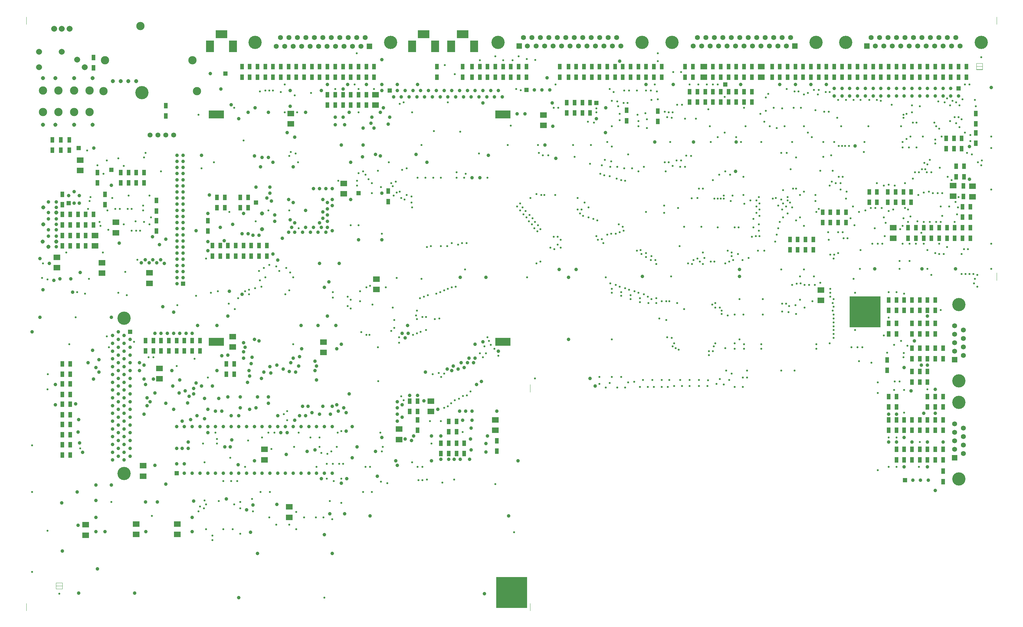
<source format=gbr>
G04 FAB 3000 Version 8.1.7 - Gerber/CAM Software*
G04 Gerber X2 Output*
%TF.GenerationSoftware,Numerical_Innovations,FAB3000,8.1.7*%
%TF.CreationDate,2019-06-14T15:02:31Z*%
%FSLAX24Y24*%
%MOIN*%
%TF.FileFunction,Soldermask,Bot*%
%ADD11C,0.006850*%
%ADD12C,0.025689*%
%ADD13C,0.008563*%
%ADD14C,0.017126*%
%ADD15C,0.021407*%
%ADD16C,0.042815*%
%ADD17C,0.085630*%
%ADD18C,0.034252*%
%ADD19C,0.039335*%
%ADD20C,0.039281*%
%ADD21C,0.039270*%
%ADD22C,0.039350*%
%ADD23C,0.039290*%
%ADD24C,0.039300*%
%ADD25C,0.039320*%
%ADD26C,0.039400*%
%ADD27C,0.039200*%
%ADD28C,0.045139*%
%ADD29C,0.045084*%
%ADD30C,0.054570*%
%ADD31C,0.054590*%
%ADD32C,0.054580*%
%ADD33C,0.054620*%
%ADD34C,0.054640*%
%ADD35C,0.054630*%
%ADD36C,0.054560*%
%ADD37C,0.054600*%
%ADD38C,0.054700*%
%ADD39C,0.054680*%
%ADD40C,0.065485*%
%ADD41C,0.065539*%
%ADD42C,0.090983*%
%ADD43R,0.064230X0.064240*%
%ADD44R,0.064180X0.064180*%
%ADD45R,0.064240X0.064180*%
%ADD46R,0.064200X0.064180*%
%ADD47C,0.145550*%
%ADD48C,0.145620*%
%ADD49C,0.145570*%
%ADD50C,0.145560*%
%ADD51C,0.145600*%
%ADD52C,0.021809*%
%ADD53C,0.021860*%
%ADD54C,0.021870*%
%ADD55C,0.021800*%
%ADD56C,0.021820*%
%ADD57C,0.021880*%
%ADD58C,0.021790*%
%ADD59C,0.021900*%
%ADD60R,0.342500X0.342500*%
%ADD61R,0.046224X0.046220*%
%ADD62R,0.046230X0.046280*%
%ADD63R,0.046230X0.046230*%
%ADD64R,0.046280X0.046240*%
%ADD65R,0.046280X0.046220*%
%ADD66R,0.046280X0.046230*%
%ADD67R,0.046220X0.046230*%
%ADD68R,0.046220X0.046280*%
%ADD69R,0.046200X0.046280*%
%ADD70R,0.269690X0.269690*%
%ADD71R,0.068470X0.021370*%
%ADD72R,0.068470X0.021380*%
%ADD73R,0.068470X0.021430*%
%ADD74R,0.068470X0.021440*%
%ADD75R,0.068520X0.021380*%
%ADD76R,0.068520X0.021430*%
%ADD77R,0.068520X0.021420*%
%ADD78R,0.068530X0.021370*%
%ADD79R,0.068530X0.021380*%
%ADD80R,0.068530X0.021430*%
%ADD81R,0.068530X0.021440*%
%ADD82R,0.068470X0.021420*%
%ADD83R,0.068470X0.021390*%
%ADD84R,0.068470X0.021410*%
%ADD85R,0.068520X0.021440*%
%ADD86R,0.068520X0.021410*%
%ADD87R,0.068520X0.021390*%
%ADD88R,0.068520X0.021370*%
%ADD89R,0.068510X0.021370*%
%ADD90R,0.068510X0.021380*%
%ADD91R,0.068510X0.021430*%
%ADD92R,0.068510X0.021440*%
%ADD93R,0.068460X0.021370*%
%ADD94R,0.068460X0.021380*%
%ADD95R,0.068460X0.021430*%
%ADD96R,0.068460X0.021440*%
%ADD97R,0.068500X0.021370*%
%ADD98R,0.068500X0.021380*%
%ADD99R,0.068500X0.021430*%
%ADD100R,0.068500X0.021440*%
%ADD101R,0.021431X0.068530*%
%ADD102R,0.021376X0.068530*%
%ADD103R,0.021430X0.068470*%
%ADD104R,0.021375X0.068470*%
%ADD105R,0.021430X0.068520*%
%ADD106R,0.021377X0.068520*%
%ADD107R,0.021440X0.068530*%
%ADD108R,0.021440X0.068470*%
%ADD109R,0.021430X0.068510*%
%ADD110R,0.021440X0.068510*%
%ADD111R,0.021380X0.068510*%
%ADD112R,0.021370X0.068510*%
%ADD113R,0.021420X0.068530*%
%ADD114R,0.021390X0.068530*%
%ADD115R,0.021420X0.068510*%
%ADD116R,0.021390X0.068510*%
%ADD117R,0.021390X0.068520*%
%ADD118R,0.021420X0.068520*%
%ADD119R,0.021390X0.068470*%
%ADD120R,0.021370X0.068460*%
%ADD121R,0.021380X0.068460*%
%ADD122R,0.021370X0.068480*%
%ADD123R,0.021390X0.068480*%
%ADD124R,0.021430X0.068480*%
%ADD125R,0.021410X0.068480*%
%ADD126R,0.021380X0.068480*%
%ADD127R,0.021410X0.068520*%
%ADD128R,0.021410X0.068530*%
%ADD129R,0.021440X0.068480*%
%ADD130R,0.021430X0.068460*%
%ADD131R,0.021440X0.068460*%
%ADD132R,0.021410X0.068460*%
%ADD133R,0.021390X0.068460*%
%ADD134R,0.021440X0.068520*%
%ADD135R,0.021410X0.068510*%
%ADD136R,0.021410X0.068470*%
%ADD137R,0.021420X0.068470*%
%ADD138R,0.021500X0.068460*%
%ADD139R,0.021400X0.068460*%
%ADD140R,0.021400X0.068480*%
%ADD141R,0.021500X0.068480*%
%ADD142R,0.021400X0.068530*%
%ADD143R,0.034289X0.042800*%
%ADD144R,0.034233X0.042800*%
%ADD145R,0.034233X0.042810*%
%ADD146R,0.034290X0.042810*%
%ADD147R,0.034300X0.042810*%
%ADD148R,0.034220X0.042810*%
%ADD149R,0.034280X0.042800*%
%ADD150R,0.034280X0.042810*%
%ADD151R,0.034220X0.042820*%
%ADD152R,0.034290X0.042820*%
%ADD153R,0.034220X0.042860*%
%ADD154R,0.034300X0.042860*%
%ADD155R,0.034240X0.042860*%
%ADD156R,0.034300X0.042800*%
%ADD157R,0.034230X0.042860*%
%ADD158R,0.034200X0.042800*%
%ADD159R,0.034200X0.042810*%
%ADD160R,0.171280X0.085610*%
%ADD161R,0.171220X0.085610*%
%ADD162R,0.235510X0.205520*%
%ADD163R,0.085610X0.128410*%
%ADD164R,0.085670X0.128410*%
%ADD165R,0.085660X0.128410*%
%ADD166R,0.128410X0.085610*%
%ADD167R,0.128420X0.085610*%
%ADD168R,0.064230X0.042810*%
%ADD169R,0.064180X0.042810*%
%ADD170R,0.064230X0.042800*%
%ADD171R,0.064230X0.042820*%
%ADD172R,0.064180X0.042800*%
%ADD173R,0.064180X0.042820*%
%ADD174R,0.064180X0.042840*%
%ADD175R,0.064240X0.042800*%
%ADD176R,0.064240X0.042810*%
%ADD177R,0.064180X0.042860*%
%ADD178R,0.064240X0.042860*%
%ADD179R,0.064250X0.042860*%
%ADD180R,0.064250X0.042800*%
%ADD181R,0.064190X0.042810*%
%ADD182R,0.042805X0.064240*%
%ADD183R,0.042805X0.064180*%
%ADD184R,0.042805X0.064190*%
%ADD185R,0.042861X0.064190*%
%ADD186R,0.042861X0.064180*%
%ADD187R,0.042861X0.064240*%
%ADD188R,0.042860X0.064230*%
%ADD189R,0.042810X0.064230*%
%ADD190R,0.042820X0.064240*%
%ADD191R,0.042820X0.064180*%
%ADD192R,0.042800X0.064230*%
%ADD193R,0.042820X0.064230*%
%ADD194R,0.042800X0.064200*%
%ADD195R,0.042900X0.064240*%
%ADD196R,0.042900X0.064180*%
%ADD197R,0.042760X0.064240*%
%ADD198R,0.042760X0.064180*%
%ADD199R,0.042900X0.064230*%
%ADD200R,0.064230X0.077090*%
%ADD201R,0.064240X0.077100*%
%ADD202R,0.064230X0.077100*%
%ADD203R,0.064180X0.077040*%
%ADD204R,0.064230X0.077040*%
%ADD205R,0.077100X0.064240*%
%ADD206R,0.077100X0.064180*%
%ADD207R,0.077100X0.064190*%
%ADD208R,0.077090X0.064240*%
%ADD209R,0.077090X0.064190*%
%ADD210R,0.077040X0.064240*%
%ADD211R,0.077040X0.064180*%
%ADD212R,0.077030X0.064180*%
%ADD213R,0.077030X0.064240*%
%ADD214R,0.107040X0.064240*%
%ADD215R,0.107040X0.064230*%
%ADD216R,0.064230X0.107040*%
%ADD217R,0.080513X0.106990*%
%ADD218R,0.080512X0.107040*%
%ADD219R,0.080460X0.107040*%
%ADD220R,0.080510X0.107050*%
%ADD221R,0.080520X0.107050*%
%ADD222R,0.080500X0.107040*%
%ADD223R,0.080600X0.107050*%
%ADD224R,0.080500X0.107050*%
%ADD225R,0.080400X0.107040*%
%ADD226R,0.081320X0.064230*%
%ADD227R,0.094190X0.059890*%
%ADD228R,0.094190X0.059910*%
%ADD229R,0.094180X0.059960*%
%ADD230R,0.094180X0.059940*%
%ADD231R,0.059940X0.094180*%
%ADD232R,0.059900X0.094180*%
%ADD233R,0.059960X0.094180*%
%ADD234R,0.059900X0.094200*%
%ADD235R,0.059960X0.094200*%
%ADD236R,0.042810X0.098470*%
%ADD237R,0.042810X0.098420*%
%ADD238R,0.042800X0.098420*%
%ADD239R,0.042860X0.098480*%
%ADD240R,0.042800X0.098470*%
%ADD241R,0.042860X0.098420*%
%ADD242R,0.042860X0.098470*%
%ADD243R,0.124200X0.042800*%
%ADD244R,0.042806X0.124120*%
%ADD245R,0.042806X0.124190*%
%ADD246R,0.042800X0.124140*%
%ADD247R,0.042810X0.124140*%
%ADD248R,0.042810X0.124130*%
%ADD249R,0.042810X0.124180*%
%ADD250R,0.042800X0.124130*%
%ADD251R,0.042800X0.124180*%
%ADD253C,0.012844*%
%ADD254C,0.064222*%
%ADD255C,0.051378*%
%ADD256C,0.045130*%
%ADD257R,0.342500X0.342450*%
%ADD258R,0.042870X0.064240*%
%ADD259R,0.042800X0.064220*%
%ADD260R,0.042810X0.064220*%
%ADD261R,0.042840X0.064230*%
%ADD262R,0.042840X0.064240*%
%ADD263R,0.042810X0.064200*%
%ADD264R,0.042820X0.064190*%
%ADD265R,0.042890X0.064240*%
%ADD266R,0.042890X0.064180*%
%ADD267R,0.077090X0.064180*%
%ADD268R,0.077095X0.064230*%
%ADD269R,0.077040X0.064230*%
%ADD270R,0.077030X0.064230*%
%ADD271R,0.077090X0.064220*%
%ADD272R,0.077050X0.064240*%
%ADD273R,0.077050X0.064180*%
%ADD274R,0.077080X0.064180*%
%ADD275R,0.077080X0.064240*%
%ADD276R,0.077050X0.064230*%
%ADD277C,0.109100*%
%ADD317C,0.091000*%
%ADD323C,0.090970*%
%ADD324C,0.119881*%
%ADD325C,0.004281*%
%ADD326C,0.065530*%
%ADD327C,0.065550*%
%ADD328C,0.065520*%
%ADD329C,0.065470*%
%ADD330C,0.065450*%
%ADD331C,0.065500*%
%ADD332C,0.065600*%
%ADD333C,0.065430*%
%ADD334C,0.090930*%
%ADD335C,0.090920*%
%ADD336C,0.090900*%
%ADD337C,0.090960*%
%ADD338C,0.029134*%
%ADD339C,0.029079*%
%ADD340C,0.029090*%
%ADD341C,0.029070*%
%ADD342C,0.029120*%
%ADD343C,0.029060*%
%ADD344C,0.029170*%
%ADD345C,0.029200*%
%ADD346C,0.029100*%
%ADD347C,0.029000*%
%LPD*%
D257*
X94851Y45167D03*
D53*
X91366Y44876D03*
D55*
X87256Y44961D03*
D56*
X83574Y44876D03*
D52*
X81433D03*
X80491D03*
D56*
X79035Y44961D03*
D48*
X13229Y44491D03*
D19*
X18680Y45133D03*
D161*
X54939Y41879D03*
D60*
X55916Y14277D03*
D20*
X55573Y22701D03*
G36*
X82220Y37170D02*
G01X83076D01*
Y37162D01*
X82220D01*
G37*
G36*
Y37170D02*
G01X83076D01*
Y37162D01*
X82220D01*
G37*
D189*
X5308Y62967D03*
X6250D03*
X7192D03*
D55*
X106095Y62684D03*
D52*
X94705Y62770D03*
D55*
X85629Y62684D03*
X86228D03*
D54*
X58913D03*
D52*
X31597Y62770D03*
D53*
X15584Y62684D03*
D52*
X3082Y16537D03*
Y25355D03*
Y30492D03*
G36*
X2458Y12235D02*
G01Y13091D01*
X2466D01*
Y12235D01*
G37*
G36*
X2462Y12239D02*
G01X3318D01*
Y12231D01*
X2462D01*
G37*
G36*
X2458Y12235D02*
G01Y13091D01*
X2466D01*
Y12235D01*
G37*
G36*
X2462Y12239D02*
G01X3318D01*
Y12231D01*
X2462D01*
G37*
D20*
X3082Y42992D03*
X3938Y44568D03*
D55*
X56515Y56777D03*
D20*
X22434Y51896D03*
D187*
X8134Y55895D03*
D182*
X8991D03*
X9847D03*
X7278D03*
X6422D03*
D20*
X35621Y55835D03*
D19*
X29799D03*
X19042Y55680D03*
D21*
X19716D03*
D182*
X54289Y29833D03*
X48979Y29576D03*
X49836D03*
X50692D03*
X48123D03*
D189*
X6422Y29405D03*
X7278D03*
D53*
X41615Y29807D03*
X34936Y29636D03*
D56*
X36049Y29807D03*
D20*
X53090Y29748D03*
D19*
X40930Y29807D03*
X33395D03*
D20*
X13229Y29722D03*
X8648D03*
D19*
X11945D03*
D182*
X24489Y39456D03*
X25346D03*
X7278D03*
X6422D03*
D23*
X50349Y39568D03*
D21*
X51035D03*
D19*
X51720D03*
D20*
X34251Y39739D03*
X31597Y39568D03*
D19*
X13871D03*
X14899D03*
X10446Y39910D03*
D20*
X9248Y39568D03*
X12587D03*
D182*
X7278Y37230D03*
X6422D03*
D20*
X52062Y37170D03*
D19*
X18581Y36999D03*
D20*
X21749D03*
D23*
X22948D03*
D19*
X15584Y37170D03*
X13871Y36999D03*
D20*
X5651Y37170D03*
X12587Y36999D03*
D267*
X47010Y34200D03*
D183*
X44698D03*
X45554D03*
D189*
X6422Y33857D03*
X7278D03*
D53*
X30826Y33917D03*
D20*
X43328D03*
D22*
X33909Y34088D03*
D23*
X37676D03*
D19*
X35964Y33917D03*
D23*
X34765D03*
D20*
X13229Y34003D03*
D19*
X15413Y33917D03*
X11945Y34003D03*
D267*
X19095Y21819D03*
D206*
X14557D03*
D182*
X7278Y32778D03*
X6422D03*
D189*
Y31631D03*
X7278D03*
Y30552D03*
X6422D03*
D53*
X8391Y30150D03*
D20*
X8134Y31948D03*
X8220Y33318D03*
D19*
X8305Y30749D03*
D20*
X12587Y30150D03*
D19*
X11945Y30578D03*
D20*
X12587Y31006D03*
Y33574D03*
D19*
X11945Y33146D03*
D20*
X12587Y32718D03*
D19*
X11945Y32290D03*
D20*
X12587Y31862D03*
D19*
X11945Y31434D03*
D271*
X47010Y35347D03*
D260*
X45554D03*
D259*
X44698D03*
D52*
X50114Y35608D03*
D53*
X49664Y35458D03*
D57*
X44013D03*
D20*
X46239Y35373D03*
D19*
X23633Y35629D03*
X22092D03*
D182*
X25346Y38309D03*
X24489D03*
X6422D03*
X7278D03*
D54*
X47224Y38326D03*
D52*
X48466Y38369D03*
D56*
X47866Y38455D03*
D52*
X4820Y38309D03*
D20*
X46411Y38540D03*
D19*
X29370Y38455D03*
D20*
X28600Y38540D03*
X32110D03*
D19*
X11945Y38283D03*
X10446Y38540D03*
D20*
X13229Y38283D03*
D205*
X25174Y42453D03*
D189*
X18153Y42025D03*
D192*
X19009D03*
D188*
X19865D03*
D189*
X20722D03*
X21578D03*
D192*
X15584D03*
X16440D03*
D188*
X17297D03*
D160*
X23393Y41879D03*
D20*
X44184Y42307D03*
D24*
X27572Y42136D03*
D20*
X12587D03*
D19*
X13871D03*
D192*
X55830Y72162D03*
Y71015D03*
D54*
Y65681D03*
D52*
X56001Y72872D03*
D20*
X51548Y59944D03*
X52404D03*
D208*
X16012Y48326D03*
D267*
Y49473D03*
D54*
X13529Y47016D03*
D53*
X13357Y49585D03*
D56*
X14685Y50912D03*
D52*
X12587Y47273D03*
D21*
X16398Y50912D03*
D19*
X15539D03*
D20*
X15113Y50569D03*
D19*
X15969D03*
D20*
X16823D03*
D23*
X17254Y50912D03*
D22*
X17468Y45732D03*
D20*
X13229Y33146D03*
D19*
X13871Y32718D03*
D20*
X13229Y32290D03*
D19*
X13871Y30150D03*
D20*
X13229Y30578D03*
D19*
X13871Y31006D03*
D20*
X13229Y31434D03*
D19*
X13871Y31862D03*
Y33574D03*
D53*
X11816Y24242D03*
D20*
X10104Y22530D03*
Y24413D03*
X8049Y25355D03*
X10104Y26126D03*
D21*
X11816D03*
D19*
X11945Y28866D03*
D20*
X12587Y29294D03*
D19*
X6336Y24157D03*
D48*
X13229Y27367D03*
D20*
Y28866D03*
D53*
X35279Y13712D03*
D52*
X6079Y14140D03*
D20*
X52918D03*
G36*
X5737Y15016D02*
G01X6421D01*
Y14976D01*
X5737D01*
G37*
G36*
X6442Y14633D02*
G01X5737D01*
Y14674D01*
X6401D01*
G37*
G36*
X6442Y14996D02*
G01Y14633D01*
X6401Y14674D01*
Y14996D01*
G37*
G36*
X6442Y15358D02*
G01Y14996D01*
X6401D01*
Y15318D01*
G37*
G36*
X5717Y15358D02*
G01X6442D01*
X6401Y15318D01*
X5757D01*
G37*
G36*
X5717Y14996D02*
G01Y15358D01*
X5757Y15318D01*
Y14996D01*
G37*
G36*
X5717Y14653D02*
G01Y14996D01*
X5757D01*
Y14653D01*
G37*
D20*
X10275Y16879D03*
X8220Y14225D03*
D19*
X14385D03*
D21*
X25859Y13712D03*
D20*
X22434Y32547D03*
D24*
X21235Y33746D03*
D19*
X22092Y33403D03*
X20550Y33318D03*
X19609Y33146D03*
X19009Y32547D03*
D20*
X19865D03*
X20722D03*
D19*
X21578D03*
D20*
X23290D03*
D189*
X7278Y35004D03*
X6422D03*
D19*
X13871Y35287D03*
X16098D03*
D20*
X15755Y34859D03*
X13229D03*
D19*
X13871Y34431D03*
X11945Y34859D03*
X7877Y35030D03*
D20*
X12587Y35287D03*
X5651Y34944D03*
X12587Y34431D03*
D186*
X17810Y67881D03*
Y66734D03*
D31*
Y64653D03*
D205*
X37419Y58172D03*
D182*
X23462Y57778D03*
X24318D03*
X26031D03*
X26887D03*
D56*
X44869Y57890D03*
D21*
X28942Y57718D03*
X19716Y57701D03*
D19*
X19042D03*
D193*
X23805Y52470D03*
D189*
X24661D03*
X25517D03*
X26374D03*
X27230D03*
X22948D03*
D182*
X22434Y54062D03*
D183*
Y55210D03*
D52*
X27713Y55150D03*
D21*
X27401Y53609D03*
D19*
X24233Y53009D03*
D20*
X22434Y52924D03*
X26887Y53780D03*
D19*
X26202D03*
D24*
X23804Y54465D03*
D21*
X25177Y54807D03*
D182*
X6422Y36083D03*
X7278D03*
D53*
X4795Y36657D03*
D19*
X13871Y36143D03*
D20*
X15755Y35715D03*
X13229D03*
D19*
X11945D03*
D20*
X12587Y36143D03*
D19*
X11945Y36571D03*
X16612Y36229D03*
D20*
X13229Y36571D03*
X19951Y36485D03*
X19266Y36229D03*
X20379Y35886D03*
D53*
X51398Y36421D03*
X50970Y35993D03*
X50542Y35908D03*
D52*
X43756Y35886D03*
D20*
X44698Y35972D03*
D19*
X45554D03*
X38019Y36143D03*
D20*
X20893Y36742D03*
Y36143D03*
D19*
X24661Y35801D03*
D20*
X26031D03*
X27914D03*
X29113D03*
D21*
X25003Y33746D03*
X25859D03*
D24*
X27572Y32547D03*
D19*
X26716D03*
D21*
X25859D03*
X25003D03*
D19*
X24147D03*
D23*
X28428D03*
D211*
X15327Y27093D03*
D64*
X19009Y27410D03*
D53*
X24147Y26554D03*
D56*
X25003D03*
D21*
Y27410D03*
D19*
X24147D03*
D20*
X19865D03*
X17810Y26212D03*
X20722Y27410D03*
D19*
X21578D03*
D20*
X22434D03*
X23290D03*
X27058Y34431D03*
X23290Y34259D03*
D21*
X23976D03*
D20*
X22434Y34431D03*
D19*
X18667D03*
D23*
X20222Y35130D03*
D20*
X17810Y35116D03*
X26031Y34602D03*
D19*
X27743D03*
D205*
X17125Y38943D03*
D53*
X19009Y39225D03*
D19*
X15413Y39311D03*
D20*
X13229Y39140D03*
D19*
X14899Y38712D03*
X13871D03*
D20*
X10104Y39054D03*
D19*
X11945Y39140D03*
D20*
X12587Y38712D03*
D19*
X18495D03*
D20*
X49322D03*
X48808Y38883D03*
X50007D03*
D19*
X50692Y39054D03*
D23*
X49493Y39225D03*
D19*
X34423D03*
D20*
X26973Y38712D03*
X23462D03*
D19*
X27230Y39482D03*
D20*
X30055Y39311D03*
X32453Y39225D03*
D19*
X29285Y39140D03*
X30740Y38883D03*
D20*
X31425Y38626D03*
X34251Y38712D03*
D63*
X13872Y42992D03*
D53*
X7877Y44568D03*
D52*
X11303Y42479D03*
D20*
X13229Y42564D03*
D19*
X11945D03*
D20*
X12587Y42992D03*
D21*
X11816Y44568D03*
D19*
X16612Y42821D03*
D20*
X17297D03*
X21321Y43677D03*
X20722Y42821D03*
D19*
X20037D03*
D20*
X19352D03*
D19*
X18667D03*
X17982D03*
D20*
X23462Y43677D03*
D192*
X28942Y52470D03*
D189*
X28086D03*
D28*
X28428Y54294D03*
D20*
X30655Y53266D03*
D19*
X31340Y53951D03*
D20*
X31682Y54465D03*
D19*
X29799Y55150D03*
D20*
X31511Y55321D03*
X28086Y53609D03*
X32025Y53951D03*
Y54979D03*
D187*
X16783Y56289D03*
D52*
X29114Y56348D03*
D54*
X31426D03*
D52*
X24832Y56177D03*
D56*
X15327Y56348D03*
D52*
X13614Y56520D03*
D53*
X14043D03*
D28*
X28428Y56006D03*
D21*
X26373D03*
D20*
X22434D03*
D19*
X19042Y56354D03*
D21*
X19716D03*
D20*
X33224Y56349D03*
X35107Y56177D03*
X35621Y56520D03*
D183*
X26887Y56631D03*
X26031D03*
X24318D03*
X23462D03*
D52*
X44955Y56691D03*
D56*
X15327Y56862D03*
D21*
X36135D03*
D187*
X42300Y57316D03*
D185*
X16783Y57436D03*
D65*
X27743Y57205D03*
D56*
X44869D03*
D53*
X44099Y57547D03*
D52*
X43756Y57718D03*
D21*
X19716Y57028D03*
D19*
X19042D03*
X31340Y57547D03*
D20*
X29456Y57376D03*
D19*
X31854Y57205D03*
D20*
X35621D03*
X35107Y57547D03*
D21*
X36135D03*
D20*
X38190D03*
D32*
X29987Y74414D03*
D208*
X40930Y67932D03*
D182*
X39903D03*
X39047D03*
D187*
X38190D03*
D182*
X37334D03*
X36478D03*
D187*
X35621D03*
D55*
X48894Y68249D03*
D57*
X44013D03*
D19*
X52747Y68164D03*
D270*
X31597Y67025D03*
D212*
Y65878D03*
D53*
X32282Y67136D03*
X30912D03*
D20*
X32025Y64396D03*
X31169Y64910D03*
X33224Y67136D03*
X31511Y67821D03*
D19*
X36478Y65766D03*
Y66623D03*
D54*
X25688Y26554D03*
D23*
X28428Y27410D03*
D19*
X29285D03*
D24*
X30141D03*
D20*
X30997D03*
D19*
X31854D03*
D21*
X32710D03*
X25859D03*
D19*
X26716D03*
D24*
X27572D03*
D20*
X33566D03*
D31*
X39312Y74414D03*
D20*
X44184Y69533D03*
D164*
X49236Y74396D03*
D52*
X54460Y40338D03*
X53090Y40595D03*
D56*
X52405D03*
D53*
X52747Y40167D03*
D55*
X20979Y39996D03*
D21*
X26373Y40766D03*
D19*
X24661Y40424D03*
D21*
X23976Y40338D03*
D19*
X27315Y40167D03*
D21*
X26373Y40081D03*
D20*
X32538Y40253D03*
D19*
X31854Y40081D03*
D21*
X51891D03*
D19*
X51206D03*
D210*
X35193Y40706D03*
D206*
X25174Y41306D03*
D183*
X21578Y40878D03*
X20722D03*
D186*
X19865D03*
D183*
X19009D03*
D55*
X54032Y41109D03*
D21*
X54460Y40852D03*
D19*
X32795Y41109D03*
D20*
X36649D03*
D211*
X35193Y41854D03*
D52*
X53432Y41965D03*
X53604Y41537D03*
D56*
X52918Y41366D03*
D53*
X43499Y41794D03*
D52*
X41187Y41280D03*
D53*
X31854Y41622D03*
D20*
X26545Y41280D03*
D21*
X26373Y41794D03*
D20*
X28086Y41965D03*
D21*
X37163Y41623D03*
D19*
X52747Y41879D03*
D21*
X51891Y41623D03*
D52*
X31169Y33232D03*
D19*
X29285Y32547D03*
D24*
X30141D03*
D20*
X30997D03*
D19*
X31854D03*
D21*
X32710D03*
D20*
X32025Y33232D03*
D24*
X30141Y33746D03*
D20*
X32538D03*
X33224D03*
D19*
X38361Y32547D03*
D21*
X36135D03*
D19*
X35279D03*
X34423D03*
D20*
X33566D03*
D273*
X54117Y33292D03*
D182*
X48979Y33121D03*
X49836D03*
D183*
X45554Y33292D03*
D56*
X46924Y33146D03*
D53*
X48123D03*
D20*
X51463Y32376D03*
X51548Y33232D03*
X43328Y33146D03*
X43842Y33574D03*
X50521Y33232D03*
D55*
X56172Y20903D03*
D52*
X58484Y37855D03*
G36*
X57966Y12231D02*
G01X57110D01*
Y12239D01*
X57966D01*
G37*
G36*
X57970Y37166D02*
G01Y36310D01*
X57962D01*
Y37166D01*
G37*
G36*
Y12235D02*
G01Y13091D01*
X57970D01*
Y12235D01*
G37*
G36*
Y37166D02*
G01Y36310D01*
X57962D01*
Y37166D01*
G37*
G36*
X57966Y12231D02*
G01X57110D01*
Y12239D01*
X57966D01*
G37*
G36*
Y37170D02*
G01X58823D01*
Y37162D01*
X57966D01*
G37*
G36*
Y37170D02*
G01X58823D01*
Y37162D01*
X57966D01*
G37*
G36*
X57962Y12235D02*
G01Y13091D01*
X57970D01*
Y12235D01*
G37*
D20*
X56600Y28780D03*
D32*
X82915Y75390D03*
D189*
X97445Y72162D03*
Y71015D03*
D32*
X97386Y75390D03*
D21*
X97446Y69790D03*
Y68934D03*
D183*
X101728Y28891D03*
D182*
Y30039D03*
Y32145D03*
D183*
Y33292D03*
Y34713D03*
D192*
Y35861D03*
D182*
Y37453D03*
D192*
Y38600D03*
D183*
Y40021D03*
D182*
Y41169D03*
D183*
Y42761D03*
D192*
Y43908D03*
D24*
X101727Y28095D03*
Y30835D03*
Y39311D03*
Y44705D03*
D182*
X100872Y32145D03*
D190*
X100014D03*
D182*
X99158D03*
X98302D03*
X97445D03*
D54*
X84944Y52924D03*
D52*
X85029Y57718D03*
D53*
X90938Y69362D03*
D192*
X103783Y63138D03*
D183*
Y64285D03*
D37*
X103920Y75390D03*
D41*
X8888Y72119D03*
D193*
X33909Y72162D03*
Y71015D03*
D34*
X34183Y75373D03*
D56*
X58527Y72915D03*
D55*
X57585Y73001D03*
D54*
X56686Y73301D03*
D44*
X56737Y74431D03*
D31*
X61875Y75390D03*
X60942D03*
D30*
X60009D03*
D31*
X59075D03*
X58142D03*
D35*
X57208D03*
D32*
X58604Y74431D03*
X57662D03*
D35*
X59538D03*
D30*
X60471D03*
D32*
X61404D03*
X62338D03*
D50*
X70267Y74859D03*
D30*
X64204Y74431D03*
D32*
X63271D03*
D31*
X63733Y75390D03*
D20*
X67818Y72787D03*
D31*
X62800Y75390D03*
X65138Y74431D03*
D32*
X66071D03*
D31*
X67013D03*
X67938D03*
D30*
X64667Y75390D03*
D31*
X65600D03*
D34*
X66534D03*
D30*
X67467D03*
D189*
X94020Y71015D03*
Y72162D03*
D55*
X100528Y66023D03*
Y63283D03*
D37*
X100649Y74431D03*
D42*
X4281Y67187D03*
Y69533D03*
D29*
Y65766D03*
Y70903D03*
G36*
X2466Y77654D02*
G01Y76798D01*
X2458D01*
Y77654D01*
G37*
G36*
X2462Y77658D02*
G01X3318D01*
Y77650D01*
X2462D01*
G37*
G36*
Y77658D02*
G01X3318D01*
Y77650D01*
X2462D01*
G37*
G36*
X2466Y77654D02*
G01Y76798D01*
X2458D01*
Y77654D01*
G37*
D40*
X3835Y73806D03*
Y72119D03*
D189*
X5308Y64114D03*
D41*
X5523Y76331D03*
D189*
X7192Y64114D03*
X6250D03*
D61*
X8220Y63198D03*
D42*
X7706Y69533D03*
Y67187D03*
X5994D03*
Y69533D03*
D28*
X7706Y70903D03*
Y65766D03*
X5651D03*
Y70903D03*
D40*
X7201Y76331D03*
D41*
X6362D03*
Y73806D03*
X8049Y72958D03*
D196*
X103440Y26494D03*
Y27641D03*
D183*
X102584Y28891D03*
D196*
X103440D03*
D51*
X105170Y26777D03*
D26*
X102584Y25527D03*
D24*
X101813Y26640D03*
G36*
X108359Y24697D02*
G01X107503D01*
Y24705D01*
X108359D01*
G37*
G36*
X108354Y24701D02*
G01Y25557D01*
X108363D01*
Y24701D01*
G37*
G36*
X108359Y24697D02*
G01X107503D01*
Y24705D01*
X108359D01*
G37*
G36*
X108354Y24701D02*
G01Y25557D01*
X108363D01*
Y24701D01*
G37*
D46*
X104725Y29122D03*
D37*
X105684Y29593D03*
D195*
X103440Y30039D03*
D182*
X102584D03*
Y32145D03*
D195*
X103440D03*
D196*
Y33292D03*
D183*
X102584D03*
D37*
X104725Y30056D03*
Y30989D03*
Y31922D03*
Y32855D03*
D24*
X103440Y30835D03*
D26*
X102584Y34003D03*
D37*
X105684Y30527D03*
Y31451D03*
Y32384D03*
D186*
X11131Y56973D03*
D183*
X6422D03*
D61*
X7115Y57128D03*
D52*
X12758Y56520D03*
D20*
X7706Y57128D03*
D19*
X5737Y56691D03*
X4880Y56100D03*
X5737Y57282D03*
X4880D03*
D20*
X8297Y57128D03*
D29*
X4324Y56691D03*
D28*
X5737Y56100D03*
D53*
X11388Y56348D03*
D52*
X12245Y56520D03*
X9248D03*
D53*
X9419Y57376D03*
D52*
X32110Y62598D03*
D54*
X31426Y62342D03*
D53*
X32367Y61657D03*
X23119D03*
D20*
X29627D03*
D23*
X28428Y62170D03*
D20*
X29113D03*
D24*
X27572Y62342D03*
D21*
X19716Y61744D03*
D19*
X19042D03*
Y62418D03*
D21*
X19716D03*
D20*
X21749Y62427D03*
D53*
X15413Y62170D03*
X52319Y62598D03*
D56*
X42386Y61657D03*
D19*
X40930Y62513D03*
D20*
X38190Y61657D03*
D19*
X41444Y62342D03*
X39475Y62256D03*
X46582Y61657D03*
D20*
X45383Y62513D03*
D19*
X53347Y62427D03*
D258*
X13700Y59371D03*
D182*
X14557D03*
X15413D03*
D21*
X19716Y59723D03*
D19*
X19042D03*
Y59049D03*
D21*
X19716D03*
Y58375D03*
D19*
X19042D03*
X22606Y58061D03*
D53*
X16012Y57975D03*
D52*
X13700D03*
D19*
X27743Y58917D03*
X19042Y52311D03*
D21*
X19716D03*
Y52984D03*
D19*
X19042D03*
Y53658D03*
D21*
X19716D03*
D19*
X17125Y52581D03*
D20*
X17810Y53181D03*
X16355Y53438D03*
D187*
X16783Y54062D03*
D186*
Y55210D03*
D54*
X14985Y54122D03*
D57*
X14556D03*
D53*
X14043D03*
D52*
X13186Y54807D03*
D53*
X16012D03*
D19*
X19042Y55006D03*
D21*
X19716D03*
Y54332D03*
D19*
X19042D03*
X21150Y54123D03*
D56*
X16183Y55578D03*
D54*
X14471Y55150D03*
D53*
X15413Y55064D03*
D267*
X31426Y22556D03*
D52*
X36135Y22359D03*
D57*
X34337Y22556D03*
D56*
X35193D03*
X32196Y23129D03*
D52*
X33052Y22556D03*
D53*
X29199Y22530D03*
D52*
X27401Y23215D03*
D20*
X20722Y22530D03*
D19*
X35878Y22958D03*
X37505D03*
D20*
X40331Y22701D03*
D56*
X16269D03*
D52*
X21407Y23215D03*
D208*
X31426Y23703D03*
D55*
X26031Y23557D03*
D19*
X26716Y23386D03*
D55*
X22006Y23557D03*
D206*
X28685Y28891D03*
D269*
X15327Y28241D03*
D52*
X26545Y28095D03*
X24918Y29122D03*
D24*
X27572Y28780D03*
D19*
X25774Y28352D03*
D20*
X19865Y28438D03*
D19*
X19009D03*
X13871Y29294D03*
X16612Y28266D03*
D20*
X31083Y29465D03*
D57*
X22092Y28609D03*
D267*
X41016Y47641D03*
D52*
X48466Y47530D03*
D55*
X39218Y47444D03*
D54*
X31426Y47530D03*
D20*
X24832Y47444D03*
D52*
X26545D03*
D55*
X23551Y47441D03*
D208*
X19095Y20672D03*
D205*
X14557D03*
D206*
X8991Y21734D03*
D205*
Y20586D03*
D19*
X15630Y20989D03*
D20*
X11131D03*
X10104D03*
D19*
X6422Y18849D03*
D20*
X8134Y21674D03*
D53*
X4795Y21074D03*
D52*
X29970Y21759D03*
D54*
X31426D03*
D56*
X32196Y21246D03*
D20*
X20722Y20989D03*
X27914Y18592D03*
D19*
X27144Y20903D03*
D21*
X36135Y18592D03*
D19*
X35279Y20646D03*
D56*
X22948Y20047D03*
Y20561D03*
D52*
X22263Y21246D03*
D53*
X25174D03*
X24147D03*
D55*
X26031Y20732D03*
D20*
X36649Y34944D03*
D24*
X33480Y34773D03*
D20*
X35107D03*
D21*
X36135D03*
D19*
X37420Y34602D03*
X36820Y34259D03*
X32881Y34773D03*
D20*
X29113Y35116D03*
D52*
X31169Y34260D03*
D54*
X49236Y35116D03*
D55*
X48894Y34773D03*
D52*
X48466Y34602D03*
D20*
X43328Y35287D03*
Y34602D03*
D23*
X47781Y34431D03*
D20*
X43842Y34944D03*
X51548Y34259D03*
D21*
X50863D03*
D19*
X50178D03*
X54289D03*
D189*
X26374Y51323D03*
X25517D03*
X24661D03*
D193*
X23805D03*
D189*
X22948D03*
D21*
X19716Y51637D03*
D19*
X17639Y50527D03*
X19042Y51637D03*
Y50963D03*
D21*
X19716D03*
Y50289D03*
D19*
X19042D03*
Y49616D03*
D21*
X19716D03*
D52*
X22263Y51040D03*
D189*
X27230Y51323D03*
D192*
X28942D03*
D189*
X28086D03*
D54*
X50778Y49842D03*
D53*
X29199Y50355D03*
D52*
X29970Y50184D03*
X28600Y50013D03*
X31083D03*
D24*
X30141Y50869D03*
D20*
X29627Y51554D03*
D23*
X34765Y50527D03*
D19*
X36906D03*
D52*
X28086Y49670D03*
X31511Y49499D03*
D53*
X30312Y49670D03*
D165*
X22691Y74396D03*
D20*
X22708Y71417D03*
D30*
X18667Y64653D03*
D42*
X21236Y69465D03*
X20756Y72890D03*
D52*
X21407Y66879D03*
D166*
X23959Y75741D03*
D160*
X23393Y66922D03*
D21*
X23890Y69705D03*
D205*
X28685Y30039D03*
D54*
X34765Y30321D03*
D20*
X34251Y29979D03*
X20293Y30150D03*
D19*
X19609D03*
X19009D03*
D21*
X24918Y30321D03*
D20*
X24318D03*
D55*
X29456Y30064D03*
D53*
X31939Y30321D03*
D55*
X21921Y30664D03*
X23462D03*
D20*
X20293Y30835D03*
D19*
X25089Y31092D03*
D55*
X23462Y31177D03*
X26887Y31006D03*
D56*
X28428Y31348D03*
D54*
X34765D03*
D52*
X33738D03*
D57*
X22092Y24414D03*
D52*
X22263Y23985D03*
D53*
X21578Y23729D03*
D20*
X16868Y24242D03*
D19*
X15584D03*
D20*
X20893Y24328D03*
X24489Y24585D03*
D53*
X23633Y24328D03*
D55*
X26031Y24242D03*
X25346Y23985D03*
D53*
X40502Y25355D03*
X39560D03*
D20*
X30055Y23985D03*
D21*
X27401Y23900D03*
D53*
X27315Y24585D03*
D57*
X29285Y25355D03*
D53*
X28257D03*
X35878Y24328D03*
D52*
X37163Y24157D03*
D19*
X38361Y29123D03*
D56*
X35621Y29551D03*
X35535Y28438D03*
D52*
X36221D03*
D54*
X36906D03*
D53*
X37334D03*
X34423Y28095D03*
D52*
X40331D03*
D56*
X39817D03*
D53*
X46068D03*
X45554D03*
D52*
X44955Y28609D03*
D20*
X48980Y28951D03*
D19*
X49579D03*
X50264D03*
X51292D03*
X48123D03*
X47096Y28780D03*
D20*
X43328Y28266D03*
D23*
X43157Y28780D03*
D55*
X26973Y47102D03*
D52*
X22777Y47273D03*
D53*
X21150Y46931D03*
X19095Y45903D03*
D19*
X26202Y47102D03*
D54*
X25774Y46674D03*
D53*
X24746Y46074D03*
D56*
X25431Y45475D03*
X30997Y47102D03*
D53*
X45468Y45304D03*
D52*
X45811Y46674D03*
X46239Y46845D03*
D54*
X46668Y47016D03*
D53*
X47609Y47188D03*
X48037Y47359D03*
D55*
X39218Y46331D03*
D52*
X36221Y47359D03*
D54*
X37848Y46845D03*
D52*
X36221Y46759D03*
D55*
X38190Y46503D03*
D54*
X37848Y45818D03*
D55*
X38190Y45561D03*
D52*
X42814Y45646D03*
D53*
X40588Y45989D03*
D62*
X19716Y48268D03*
D55*
X26973Y47616D03*
D53*
X27658Y47787D03*
D19*
X35792Y48472D03*
D21*
X19716Y48942D03*
D19*
X19042D03*
Y48268D03*
X35279Y47873D03*
D53*
X28343Y47958D03*
D54*
X28171Y48643D03*
D53*
X28771Y48985D03*
X31854D03*
D208*
X41016Y48789D03*
D53*
X49750Y47958D03*
D52*
X49322Y47872D03*
D55*
X48894Y47701D03*
D53*
X45982Y48814D03*
D20*
X53090Y48985D03*
D19*
X50264D03*
D53*
X39903Y47872D03*
X42043D03*
D52*
X40331Y48044D03*
X43242Y48900D03*
D20*
X34080Y54465D03*
D19*
X34936D03*
D20*
X35621D03*
D21*
X36135Y54123D03*
X33738Y53951D03*
D20*
X34594D03*
D19*
X35450D03*
D20*
X33224Y54465D03*
D19*
X32881Y53951D03*
D23*
X34765Y54979D03*
D20*
X35621Y55150D03*
X35107Y55492D03*
D52*
X32453Y54379D03*
X50949Y52753D03*
D55*
X50435D03*
D52*
X49322D03*
X50007Y52581D03*
D55*
X48808Y52410D03*
D57*
X46582Y52324D03*
D53*
X48123Y52410D03*
X47010D03*
X39047Y54722D03*
D19*
X41615Y53095D03*
X39047D03*
D55*
X38190Y54722D03*
D53*
X41615Y53780D03*
D20*
X34080Y58746D03*
D23*
X34765D03*
D19*
X35450D03*
X29285Y58232D03*
Y58917D03*
D21*
X36135Y58746D03*
D53*
X38841Y73643D03*
D30*
X37445Y74414D03*
D33*
X36512D03*
D32*
X35578D03*
D34*
X34654D03*
D32*
X38378D03*
D31*
X38849Y75373D03*
D32*
X37916D03*
D35*
X36983D03*
D30*
X36049D03*
D32*
X35116D03*
D20*
X40759Y65424D03*
D19*
X40416Y65938D03*
X40502Y66623D03*
X41444Y67136D03*
D20*
X41787Y67650D03*
D19*
X37334Y66623D03*
X37505Y65766D03*
D21*
X37163Y63540D03*
D19*
X38019Y67136D03*
X39560Y65424D03*
Y63540D03*
D53*
X39047Y67136D03*
D20*
X42300Y65852D03*
D161*
X54939Y66922D03*
D52*
X55487Y63540D03*
D54*
X50264Y64996D03*
D53*
X45982Y63540D03*
D19*
X42472Y66623D03*
D54*
X43585Y68078D03*
D52*
X44955Y67136D03*
D56*
X47352Y65081D03*
D206*
X37419Y59319D03*
D67*
X39046Y58232D03*
D53*
X40502Y59345D03*
X38875Y59088D03*
D57*
X41530Y58917D03*
D53*
X40502Y58232D03*
D57*
X36820Y59602D03*
D19*
X41615Y58232D03*
D53*
X38875Y59602D03*
D56*
X40160Y59773D03*
D186*
X42300Y58463D03*
D54*
X53261Y59944D03*
D53*
X50692D03*
D55*
X49836D03*
D52*
X44355Y58061D03*
D54*
X43585Y58403D03*
D57*
X43157Y59516D03*
D53*
X42643Y59345D03*
D52*
X42814Y59003D03*
X43242Y58318D03*
D55*
X42900Y57975D03*
D53*
X45554Y59944D03*
D55*
X46411D03*
D52*
X47267D03*
D53*
X48123D03*
D20*
X34594Y43677D03*
D21*
X32710D03*
D19*
X24661Y44705D03*
D54*
X53261Y42393D03*
D53*
X45040Y42650D03*
X45468Y42821D03*
D52*
X45897Y42992D03*
D57*
X46496Y43164D03*
D53*
X42985Y43420D03*
X42643Y43078D03*
D55*
X39346Y42949D03*
D53*
X39903Y42650D03*
D56*
X40245D03*
D53*
X43499Y42393D03*
D19*
X44527Y42821D03*
D20*
X43842D03*
D23*
X44441Y43677D03*
D20*
X36563D03*
D53*
X45468Y44362D03*
X46068Y44619D03*
D55*
X45383Y44790D03*
D53*
X42985Y44277D03*
D20*
X35621Y44705D03*
D57*
X46496Y44619D03*
D55*
X47952Y44448D03*
D56*
X47438Y44362D03*
D206*
X17125Y37795D03*
D19*
X13871Y37855D03*
X16440Y37770D03*
X15413D03*
D20*
X13229Y37427D03*
X12587Y37855D03*
D19*
X9847Y37770D03*
X11945Y37427D03*
D20*
X19352Y37684D03*
D19*
X21150Y37342D03*
X26802Y37427D03*
D20*
X27058Y38112D03*
D19*
X28343Y37855D03*
D52*
X22434Y37941D03*
D19*
X34423Y37684D03*
D20*
X52576Y37513D03*
D56*
X41230Y37556D03*
D55*
X48140Y38027D03*
D19*
X41102Y27068D03*
X34423Y27410D03*
X35279D03*
D21*
X36135D03*
D19*
X34936Y26811D03*
D20*
X37762D03*
D21*
X37163Y26297D03*
D56*
X35535Y26811D03*
D52*
X37163D03*
D53*
X36306Y26554D03*
D57*
X41530Y26468D03*
D52*
X54117Y26211D03*
X42215Y26297D03*
D57*
X46582Y26725D03*
D53*
X46068Y26640D03*
X45640D03*
D52*
X48294Y26383D03*
D53*
X49579Y26725D03*
D192*
X50521Y71015D03*
X51548D03*
Y72162D03*
X50521D03*
D167*
X50504Y75741D03*
D21*
X51891Y69533D03*
X51035D03*
D19*
X50178D03*
D20*
X49322D03*
X51463Y68849D03*
D19*
X50606D03*
X49750D03*
D53*
X49664Y71331D03*
D163*
X51771Y74396D03*
D19*
X52319Y68849D03*
D53*
X64393Y55578D03*
X58227Y55492D03*
D52*
X57542Y55578D03*
D57*
X70130Y51982D03*
D52*
X60625Y52068D03*
D57*
X72699Y56862D03*
D275*
X59426Y65706D03*
D53*
X81690Y65595D03*
D54*
X77751D03*
D55*
X69873D03*
D53*
X66962D03*
D22*
X60454D03*
D54*
X73641Y61229D03*
D52*
X65849Y61314D03*
D53*
X74583Y61828D03*
X75696Y62342D03*
X75139Y62384D03*
X74069Y61828D03*
D52*
X72784Y61657D03*
D53*
X73213D03*
D19*
X60796Y62085D03*
D53*
X62851Y62256D03*
X59940Y62427D03*
X59341D03*
D55*
X68760Y62513D03*
X66191Y61914D03*
D52*
X66876Y61742D03*
D53*
X64564Y61485D03*
D57*
X83231Y53523D03*
D54*
X82803D03*
D57*
X82375Y53438D03*
D56*
X74411Y52410D03*
D53*
X66020Y52753D03*
X65420Y53095D03*
D52*
X65849Y53181D03*
D55*
X65249Y53523D03*
D53*
X66448Y53694D03*
D55*
X60197Y52239D03*
D57*
X61310D03*
D53*
X60968Y52581D03*
D57*
X61310Y53095D03*
D53*
X60968Y53438D03*
D52*
X60539D03*
X66876Y53780D03*
D55*
X67390D03*
D53*
X69445Y47444D03*
D20*
X61139Y49842D03*
D19*
X63023D03*
D21*
X62166Y48985D03*
D55*
X58656Y50527D03*
X57628Y48985D03*
D52*
X59084Y50698D03*
D53*
X69017Y46588D03*
D54*
X67989Y47359D03*
D56*
X68846Y47616D03*
D53*
X66962Y47701D03*
D57*
X68417Y47787D03*
D52*
X67818Y47958D03*
D55*
X67390Y48129D03*
D56*
X66790Y48301D03*
D55*
X66277Y48985D03*
D53*
X66962Y47273D03*
X69017Y47016D03*
D54*
X67989Y46931D03*
G36*
X64687Y37166D02*
G01Y36310D01*
X64679D01*
Y37166D01*
G37*
G36*
X64687D02*
G01Y36310D01*
X64679D01*
Y37166D01*
G37*
G36*
X64683Y37162D02*
G01X63827D01*
Y37170D01*
X64683D01*
G37*
G36*
X64679Y34135D02*
G01Y34991D01*
X64687D01*
Y34135D01*
G37*
G36*
X64679D02*
G01Y34991D01*
X64687D01*
Y34135D01*
G37*
G36*
X64683Y37162D02*
G01X63827D01*
Y37170D01*
X64683D01*
G37*
D21*
X62166Y42136D03*
D20*
X65121Y36999D03*
D19*
X64564Y37855D03*
G36*
X64683Y34139D02*
G01X65539D01*
Y34131D01*
X64683D01*
G37*
G36*
Y34139D02*
G01X65539D01*
Y34131D01*
X64683D01*
G37*
D52*
X69402Y37470D03*
D57*
X68417Y36828D03*
D53*
X67561D03*
D55*
X66277D03*
D53*
X65592Y37256D03*
X66962Y42136D03*
D54*
X67989Y38027D03*
D53*
X66962D03*
X65592D03*
D55*
X68760Y37427D03*
D56*
X66705Y37342D03*
D54*
X74668Y36999D03*
D52*
X75525D03*
X74497Y37684D03*
X75525D03*
D55*
X73298D03*
X72442D03*
D56*
X71414D03*
D52*
X70387D03*
X73812Y36999D03*
D54*
X73127Y36914D03*
D55*
X72442D03*
D53*
X71586D03*
D55*
X70901D03*
D53*
X70044D03*
D54*
X72185Y44448D03*
D56*
X74326Y41023D03*
X73983Y41194D03*
D54*
X73641Y41366D03*
D52*
X73812Y41708D03*
D54*
X73555Y42307D03*
X73041Y42393D03*
D52*
X72956Y44277D03*
D274*
X59426Y66854D03*
D182*
X64564Y67076D03*
X61995D03*
X62851D03*
D187*
X63708D03*
D52*
X60539Y67650D03*
D55*
X61053D03*
D19*
X57371Y66965D03*
D20*
X56515D03*
D56*
X64307Y66109D03*
D53*
X64992Y66023D03*
D184*
X68589Y67367D03*
D189*
Y66220D03*
D52*
X67818Y66280D03*
Y66965D03*
D20*
X66277Y67650D03*
X65249Y66451D03*
D56*
X67646Y67821D03*
D55*
X65249Y67564D03*
Y67136D03*
D189*
X69017Y72162D03*
Y71015D03*
D56*
X68846Y69534D03*
D53*
X72014Y73643D03*
D32*
X76390Y75390D03*
X75919Y74431D03*
D30*
X76843D03*
D49*
X73589Y74859D03*
D53*
X72014Y72787D03*
D30*
X77323Y75390D03*
D32*
X79190D03*
X78256D03*
D35*
X77785Y74431D03*
D30*
X78719D03*
D32*
X79652D03*
X80586D03*
D36*
X81519D03*
D32*
X82452D03*
D30*
X81981Y75390D03*
X81056D03*
D32*
X80123D03*
D182*
X75524Y69422D03*
D52*
X75525Y70218D03*
X81433Y60030D03*
D56*
X78094Y59688D03*
X66705Y60116D03*
D55*
X66105Y60201D03*
D53*
X67475Y59859D03*
D54*
X67989Y59688D03*
D57*
X68417Y59602D03*
D52*
X79977Y60287D03*
D53*
X78778D03*
D52*
X65677Y60372D03*
X69188Y60972D03*
X68332D03*
D53*
X67561Y61143D03*
D56*
X66790D03*
D20*
X80577Y60629D03*
D52*
X72870D03*
D55*
X69873D03*
D53*
X70472Y61143D03*
D52*
X74497D03*
D55*
X75011D03*
D56*
X79464Y60629D03*
X59169Y58061D03*
D52*
X59512D03*
D53*
X56857Y57119D03*
D56*
X57970Y57718D03*
D55*
X58656Y58146D03*
D53*
X63965Y57205D03*
D52*
X63194Y57718D03*
X60711Y58061D03*
D56*
X73470Y49071D03*
D20*
X70301D03*
D56*
X71842Y50441D03*
X71757Y50869D03*
D52*
X71243D03*
X70729Y51211D03*
X71329Y51297D03*
X70215Y51554D03*
X70729Y51640D03*
X69702Y51896D03*
X75353Y50527D03*
D56*
X79035Y45304D03*
D55*
X74925Y45475D03*
X73298Y46331D03*
D52*
X72956D03*
D55*
X72442D03*
D53*
X70044Y46246D03*
X74154Y46160D03*
D56*
X71842D03*
D57*
X70986D03*
D55*
X78350D03*
D52*
X78008Y45989D03*
D55*
X78350Y45646D03*
D52*
X78864D03*
D55*
X81005Y46588D03*
D56*
X83574D03*
D55*
X69873Y47273D03*
D53*
X70472Y47102D03*
D55*
X70901Y46845D03*
D53*
X70044Y46674D03*
D56*
X71842D03*
D52*
X71329Y46588D03*
D55*
X76552Y36999D03*
X77494D03*
X78350Y41708D03*
D57*
X78179Y41366D03*
D56*
X78094Y40852D03*
D53*
X77665D03*
Y40424D03*
D52*
X78864Y37770D03*
D55*
X76552Y37684D03*
D56*
X77537Y37641D03*
D55*
X78479Y37256D03*
D53*
X79292Y37170D03*
G36*
X82220Y34131D02*
G01X81363D01*
Y34139D01*
X82220D01*
G37*
G36*
X82224Y37166D02*
G01Y36310D01*
X82216D01*
Y37166D01*
G37*
G36*
Y34135D02*
G01Y34991D01*
X82224D01*
Y34135D01*
G37*
G36*
Y37166D02*
G01Y36310D01*
X82216D01*
Y37166D01*
G37*
G36*
X82220Y34131D02*
G01X81363D01*
Y34139D01*
X82220D01*
G37*
G36*
X82216Y34135D02*
G01Y34991D01*
X82224D01*
Y34135D01*
G37*
D52*
X80491Y36914D03*
D53*
X81390D03*
D55*
X79892Y37684D03*
D53*
X79720Y44790D03*
D55*
X81005Y42136D03*
D52*
X80491Y41708D03*
D56*
X81519Y41622D03*
X79464Y41194D03*
D53*
X81390Y37941D03*
X81861D03*
X80148Y38369D03*
D52*
X79549Y38711D03*
D53*
X81861D03*
D52*
X80491Y41109D03*
D56*
X81519D03*
D53*
X76638Y50698D03*
D55*
X75953Y50869D03*
D52*
X76381Y51040D03*
D54*
X77151Y51126D03*
D52*
X76980Y51725D03*
X77836Y50698D03*
D53*
X78265D03*
X75782Y50441D03*
D52*
X76980D03*
D53*
X83745Y51896D03*
D55*
X83060D03*
D53*
X79720D03*
X80148Y51725D03*
X80834Y51554D03*
D20*
X81005Y49842D03*
Y49071D03*
D56*
X79464Y50527D03*
D55*
X79892Y50698D03*
D53*
X80320Y50869D03*
X81347D03*
D55*
X82032Y51126D03*
D53*
X80148Y51297D03*
D52*
X80491Y54465D03*
D55*
X80919D03*
D52*
X82546D03*
X68160Y54551D03*
X59084Y54294D03*
D53*
X58399Y54379D03*
D57*
X58741Y54037D03*
D52*
X68246Y54122D03*
X67818Y53951D03*
D53*
X76809Y54551D03*
D55*
X74925D03*
D56*
X78607Y54465D03*
X83146Y54122D03*
D53*
X58827Y54722D03*
D52*
X82546Y55407D03*
D56*
X83146Y54807D03*
D52*
X67732D03*
D55*
X65335Y55235D03*
D54*
X64906Y55407D03*
D53*
X57799Y55150D03*
D52*
X58484Y55064D03*
X58142Y54807D03*
D53*
X57885Y55835D03*
X57200Y55920D03*
D52*
X57457Y56263D03*
D53*
X56857Y56348D03*
D56*
X57114Y56691D03*
X63793Y55749D03*
D53*
X63451Y56006D03*
D55*
X63622Y56434D03*
D52*
X63194D03*
D53*
X64393Y56691D03*
D57*
X72699Y56092D03*
D52*
X70729Y56177D03*
D53*
X74240Y56605D03*
D57*
X83231Y55749D03*
D53*
X82889Y56092D03*
D57*
X83231Y56434D03*
D53*
X82889Y56777D03*
X79292Y57633D03*
D56*
X78950D03*
X78607D03*
D53*
X78265D03*
X75739Y57676D03*
D52*
X76381Y57718D03*
D53*
X79292Y57975D03*
D55*
X76552Y58746D03*
D52*
X76980D03*
D55*
X84687Y57633D03*
D52*
X81561Y57076D03*
D57*
X83231Y57119D03*
D52*
X80063Y57376D03*
D53*
X82204Y57461D03*
X82889D03*
D56*
X83146Y57804D03*
D54*
X80234Y57975D03*
D52*
X81433Y58061D03*
D55*
X62680Y63540D03*
D53*
X58827D03*
D23*
X59597D03*
D20*
X66234Y64910D03*
D53*
X66448Y63883D03*
D56*
X64650Y63540D03*
D53*
X66962Y63369D03*
D19*
X80662Y63883D03*
X71671D03*
D20*
X75953D03*
D55*
X73384D03*
X70815Y65424D03*
D56*
X79378Y64910D03*
X78607Y64396D03*
D52*
X77836Y63883D03*
D53*
X81176D03*
D56*
X80645Y64414D03*
D53*
X86995Y67646D03*
D45*
X87119Y74431D03*
D53*
X86828Y63883D03*
D52*
X85115Y65424D03*
D53*
X85971Y65595D03*
D56*
X85715Y67564D03*
D53*
X84772Y67650D03*
X83745Y66109D03*
X84344Y65595D03*
X83403Y63883D03*
X83317Y66965D03*
X83916Y67307D03*
Y68763D03*
D52*
X84173Y69191D03*
D55*
X86228Y69705D03*
D210*
X97960Y53292D03*
D211*
Y54439D03*
D56*
Y56434D03*
D189*
X87427Y53155D03*
D263*
Y52008D03*
D53*
X87299Y48292D03*
D55*
X87256Y55235D03*
Y62170D03*
Y58746D03*
D56*
X85715Y45218D03*
Y46074D03*
D55*
X85629Y49842D03*
D54*
X85800Y58574D03*
D55*
X85629Y57547D03*
D54*
X85800Y57119D03*
X85286Y56862D03*
D56*
X85715Y56434D03*
D54*
X85800Y55578D03*
D53*
X85458Y55064D03*
D54*
X85286Y54379D03*
D52*
X85115Y53694D03*
D192*
X86571Y53155D03*
D194*
Y52008D03*
D53*
X86400Y45133D03*
X86485Y45818D03*
D55*
X87170Y45903D03*
D56*
X86143Y46074D03*
D53*
X86828Y48129D03*
Y56691D03*
D54*
X86913Y58746D03*
D52*
X86656Y60886D03*
D53*
X86314Y57804D03*
Y57461D03*
D56*
X86571Y57205D03*
X86143Y56777D03*
D53*
X86314Y56006D03*
D208*
X89996Y47590D03*
Y46443D03*
D194*
X89140Y52008D03*
D263*
X88283D03*
D54*
X89910Y48386D03*
D56*
X88198Y45646D03*
D55*
X88112Y49842D03*
D52*
X87684Y49071D03*
X89225D03*
X87761Y48326D03*
D55*
X88189Y48138D03*
D52*
X88669D03*
X89311Y48129D03*
X87684Y46503D03*
D56*
X89054Y46331D03*
D187*
X90167Y55004D03*
D186*
Y56151D03*
D189*
X88283Y53155D03*
D192*
X89140D03*
D52*
X90253Y62256D03*
D54*
X89910Y60715D03*
D55*
X88112Y58403D03*
D52*
X87684Y58061D03*
D54*
X89396D03*
Y57376D03*
D55*
X89739Y56520D03*
D57*
X89482Y56177D03*
D52*
X87684Y55578D03*
D55*
X88112Y54636D03*
D53*
X91366Y44448D03*
Y44020D03*
Y43592D03*
D55*
X85629Y38711D03*
X87085D03*
D57*
X89482Y41109D03*
Y41622D03*
D53*
X83403D03*
Y41109D03*
X90938Y41708D03*
X91366Y42307D03*
Y42735D03*
Y43164D03*
D182*
X97445Y46477D03*
D184*
Y45330D03*
D52*
X97446Y47359D03*
X91280Y45304D03*
D53*
X91366Y45732D03*
D52*
X91280Y46160D03*
D53*
X91366Y46588D03*
X91024Y46845D03*
Y47273D03*
D56*
X93764D03*
D53*
X91024Y47701D03*
X93592Y48814D03*
D55*
X96761Y52667D03*
D56*
X96247D03*
D53*
X95648D03*
D55*
X94363Y51982D03*
D53*
X91880Y51640D03*
X91024Y51468D03*
X91452D03*
X91366Y51040D03*
D55*
X94277Y49927D03*
D20*
X95904D03*
D53*
X90852Y53095D03*
D182*
X91024Y55004D03*
X91880D03*
D187*
X92736D03*
D53*
X97017Y53523D03*
D56*
X95904Y54379D03*
D57*
X97103Y54979D03*
D55*
X96932Y55578D03*
D52*
X97446Y56263D03*
X94192Y56177D03*
X93250Y55492D03*
D56*
X93678Y54722D03*
X90767Y53951D03*
D53*
X91880D03*
X92393D03*
D57*
X92907Y53266D03*
D54*
X92479D03*
D186*
X92736Y56151D03*
D183*
X91880D03*
X91024D03*
D52*
X94877Y56348D03*
D192*
X88027Y72162D03*
D188*
X87170D03*
D192*
X88027Y71015D03*
D188*
X87170D03*
D20*
Y70218D03*
D53*
X87513Y69448D03*
D55*
X87085D03*
D53*
X88540Y69277D03*
D55*
X88112Y69105D03*
D52*
X87770Y67650D03*
D55*
X88112Y65595D03*
D53*
X88540Y64910D03*
D192*
X88883Y72162D03*
Y71015D03*
D49*
X89448Y74859D03*
D19*
X88883Y70218D03*
D53*
X88968Y64396D03*
D189*
X90595Y71015D03*
Y72162D03*
D188*
X89739D03*
Y71015D03*
D53*
X90510Y69362D03*
D57*
X90338Y67222D03*
D53*
X90852D03*
D20*
X90595Y70218D03*
D52*
X89225Y69619D03*
D55*
X89739D03*
X89653Y69105D03*
D54*
X89396Y67393D03*
D52*
X90253Y63883D03*
D53*
X93592Y68506D03*
D52*
X92736D03*
D53*
X91880D03*
D19*
X94020Y68934D03*
D20*
X93164D03*
X92308D03*
D19*
X91452D03*
D24*
X93764Y63455D03*
D53*
X93079D03*
D52*
X92650D03*
X92308D03*
D53*
X91965D03*
X91452Y63883D03*
D56*
X92225Y65598D03*
D55*
X91794Y66537D03*
D192*
X91452Y71015D03*
X92308D03*
D189*
X93164D03*
Y72162D03*
D192*
X92308D03*
X91452D03*
D20*
X92308Y69790D03*
D19*
X91452D03*
D20*
X93164D03*
D19*
X94020D03*
D47*
X92719Y74859D03*
D189*
X98302Y71015D03*
X99158D03*
D193*
X100014D03*
Y72162D03*
D189*
X99158D03*
X98302D03*
D32*
X99723Y74431D03*
X98790D03*
D31*
X97856D03*
D30*
X98319Y75390D03*
D32*
X99252D03*
D39*
X100186D03*
D192*
X94877Y71015D03*
Y72162D03*
D20*
Y69790D03*
Y68934D03*
D45*
X95056Y74431D03*
D56*
X94794Y63885D03*
D55*
X94363Y68506D03*
X95305D03*
D52*
X95219Y65595D03*
D189*
X95733Y72162D03*
Y71015D03*
D32*
X95990Y74431D03*
D20*
X95733Y69790D03*
Y68934D03*
D35*
X95519Y75390D03*
D189*
X96589Y72162D03*
Y71015D03*
D30*
X96923Y74431D03*
D19*
X96589Y69790D03*
Y68934D03*
D32*
X96452Y75390D03*
D53*
X96161Y68506D03*
X96589Y68420D03*
X100100Y66023D03*
D54*
X99672Y63283D03*
D56*
X98816Y65595D03*
D52*
X99843Y64482D03*
D55*
X99415Y64225D03*
D52*
X98987Y63883D03*
Y63283D03*
D53*
X99073Y66537D03*
Y66879D03*
D55*
X99415Y66965D03*
D58*
X100015Y67136D03*
Y67907D03*
D55*
X97788Y67992D03*
D25*
X100015Y69790D03*
D19*
X99158D03*
D21*
X98302D03*
D25*
X100015Y68934D03*
D19*
X99158D03*
D21*
X98302D03*
D56*
X91195Y59516D03*
D55*
X92137Y59345D03*
D56*
X91623D03*
D53*
X90938Y59088D03*
D55*
X92137Y58660D03*
X92822Y58403D03*
D52*
X92736Y57633D03*
D53*
X93507Y56777D03*
X91965Y60030D03*
X92393D03*
D52*
X91280Y60715D03*
X91109Y62427D03*
D186*
X97360Y58378D03*
D183*
X96161D03*
D186*
X95305D03*
D187*
Y57230D03*
D182*
X96161D03*
D187*
X97360D03*
D53*
X95476Y56605D03*
X96161Y59345D03*
D52*
X97446Y59174D03*
D55*
X96932Y59088D03*
D57*
X96675Y56605D03*
D53*
X95990D03*
D182*
X103869Y53292D03*
D183*
Y54439D03*
D182*
X103012Y53292D03*
X102156D03*
X101300D03*
D195*
X100443D03*
D182*
X99586D03*
D56*
X93336Y41280D03*
D53*
X94020D03*
D57*
X94534D03*
D52*
X94192Y39739D03*
D56*
X93764Y43164D03*
D55*
X96932Y42564D03*
D53*
X95562Y39568D03*
D189*
X97445Y43908D03*
D183*
Y42761D03*
D189*
X97275Y39884D03*
D183*
Y38737D03*
D52*
X97274Y40681D03*
G36*
X95674Y24701D02*
G01Y25557D01*
X95682D01*
Y24701D01*
G37*
G36*
X95678Y24705D02*
G01X96534D01*
Y24697D01*
X95678D01*
G37*
G36*
X95674Y24701D02*
G01Y25557D01*
X95682D01*
Y24701D01*
G37*
G36*
X95678Y24705D02*
G01X96534D01*
Y24697D01*
X95678D01*
G37*
D21*
X97446Y30835D03*
D56*
X98302Y31348D03*
D52*
X97446D03*
Y28095D03*
D56*
X98302D03*
X96247Y27753D03*
D182*
X98302Y30039D03*
D183*
Y28891D03*
D21*
Y30835D03*
D183*
X100872Y28891D03*
D182*
Y30039D03*
X99158D03*
D190*
X100014D03*
D191*
Y28891D03*
D183*
X99158D03*
D67*
X99244Y26640D03*
D55*
X100871Y30835D03*
D19*
X99158Y28095D03*
D25*
X100015Y30835D03*
D19*
X99158Y31349D03*
D27*
X100957Y26640D03*
D24*
X100100D03*
D55*
X100786Y28095D03*
D190*
X100014Y46477D03*
D182*
X99158D03*
X98302D03*
D184*
Y45330D03*
X99158D03*
D264*
X100014D03*
D55*
X100442Y52667D03*
D54*
X99158Y47188D03*
D56*
X98302Y47359D03*
D53*
X98644Y49927D03*
Y50783D03*
X99758D03*
Y52667D03*
D52*
X98987D03*
D184*
X100872Y45330D03*
D182*
Y46477D03*
D184*
X102584Y45330D03*
X101728D03*
D182*
Y46477D03*
X102584D03*
D24*
X101128Y49927D03*
D59*
X103183Y45390D03*
X102155Y49242D03*
X101727Y49927D03*
D55*
X103012Y51554D03*
X103526D03*
D59*
X102583Y51640D03*
X101727Y51982D03*
D55*
X103012Y52667D03*
X101299D03*
X100786Y60544D03*
X100700Y58061D03*
D205*
X106694Y57855D03*
D206*
Y59003D03*
D195*
X106437Y56751D03*
D196*
Y55604D03*
Y54439D03*
D195*
Y53292D03*
D55*
X106609Y62513D03*
D183*
X101300Y54439D03*
D55*
X101985Y61914D03*
X101385Y61571D03*
D59*
X101727Y61400D03*
D55*
X101985Y55064D03*
X101299D03*
X101042Y53866D03*
X101299Y58318D03*
X101898Y58403D03*
X101642Y60544D03*
X101128Y60886D03*
X101471D03*
D183*
X102156Y54439D03*
D59*
X102155Y60544D03*
D183*
X103012Y54439D03*
D59*
X103183Y56777D03*
X103354Y55749D03*
X103183Y55064D03*
X102669D03*
D55*
X102330Y58230D03*
X102840Y58232D03*
D59*
X103354D03*
X103097Y61057D03*
D192*
X100872Y71015D03*
X101728D03*
Y72162D03*
X100872D03*
D55*
X100871Y67821D03*
X101214Y64482D03*
D24*
X100871Y68934D03*
X101727D03*
Y69790D03*
X100871D03*
D37*
X101120Y75390D03*
X101582Y74431D03*
X102053Y75390D03*
D192*
X106008Y72162D03*
Y71015D03*
X104297D03*
X105153D03*
Y72162D03*
X104297D03*
D69*
X105153Y69790D03*
D37*
X104853Y75390D03*
D24*
X104296Y69790D03*
D37*
X104382Y74431D03*
D38*
X105315D03*
D55*
X105838Y70218D03*
D59*
X106351D03*
D196*
X105495Y64285D03*
D199*
Y63138D03*
D192*
X104639D03*
D183*
Y64285D03*
D55*
X106437Y63968D03*
X104896Y65938D03*
D24*
X106351Y63369D03*
D59*
X105238Y65509D03*
D55*
X105838Y64910D03*
X106437Y64653D03*
X104211Y66194D03*
X103868Y68677D03*
X104468Y68420D03*
X104896Y68249D03*
X104211Y67907D03*
D59*
X105152Y66622D03*
X104724D03*
D24*
X105152Y68934D03*
X104296D03*
D55*
X105581Y68592D03*
D59*
X105238Y67907D03*
D55*
X105495Y66366D03*
D199*
X107036Y67025D03*
D196*
Y65878D03*
D199*
Y64884D03*
D196*
Y63737D03*
G36*
X107807Y72167D02*
G01X107122D01*
Y72208D01*
X107807D01*
G37*
G36*
X107827Y72188D02*
G01Y71845D01*
X107786D01*
Y72188D01*
G37*
G36*
X107827Y72550D02*
G01Y72188D01*
X107786D01*
Y72510D01*
G37*
G36*
X107101Y72550D02*
G01X107827D01*
X107786Y72510D01*
X107142D01*
G37*
G36*
X107101Y72188D02*
G01Y72550D01*
X107142Y72510D01*
Y72188D01*
G37*
G36*
X107101Y71825D02*
G01Y72188D01*
X107142D01*
Y71865D01*
G37*
G36*
X107807Y71825D02*
G01X107101D01*
X107142Y71865D01*
X107807D01*
G37*
D55*
X107636Y73215D03*
X106951Y68506D03*
X107037Y67821D03*
D51*
X107653Y74859D03*
D55*
X108749Y63198D03*
D24*
Y69876D03*
G36*
X109370Y77650D02*
G01X108514D01*
Y77658D01*
X109370D01*
G37*
G36*
X109374Y77654D02*
G01Y76798D01*
X109365D01*
Y77654D01*
G37*
G36*
X109374D02*
G01Y76798D01*
X109365D01*
Y77654D01*
G37*
G36*
X109370Y77650D02*
G01X108514D01*
Y77658D01*
X109370D01*
G37*
D55*
X108749Y64482D03*
X105495Y49328D03*
X103868Y52324D03*
D51*
X105170Y45989D03*
D24*
X104810Y49927D03*
D59*
X106180Y52068D03*
X105752D03*
D55*
X105495Y51554D03*
D59*
X106351Y49328D03*
X105923D03*
X107207Y47958D03*
X106865Y48301D03*
X107721Y61828D03*
X107293Y61657D03*
D55*
X107636Y61314D03*
D59*
X106779Y49328D03*
X107207Y49242D03*
D55*
X106951Y48814D03*
G36*
X108363Y48621D02*
G01Y47765D01*
X108354D01*
Y48621D01*
G37*
G36*
X109370Y48617D02*
G01X108514D01*
Y48625D01*
X109370D01*
G37*
G36*
X109365Y48621D02*
G01Y49478D01*
X109374D01*
Y48621D01*
G37*
G36*
X108359Y48625D02*
G01X109216D01*
Y48617D01*
X108359D01*
G37*
G36*
X109370D02*
G01X108514D01*
Y48625D01*
X109370D01*
G37*
G36*
X108363Y48621D02*
G01Y47765D01*
X108354D01*
Y48621D01*
G37*
G36*
X109365D02*
G01Y49478D01*
X109374D01*
Y48621D01*
G37*
G36*
X108359Y48625D02*
G01X109216D01*
Y48617D01*
X108359D01*
G37*
D55*
X108749Y58660D03*
Y52667D03*
Y49927D03*
D207*
X10018Y52436D03*
D184*
X8991D03*
D185*
X8134D03*
D184*
X6422D03*
D20*
X12673Y52753D03*
D19*
X4880Y53515D03*
X5737Y52333D03*
Y53515D03*
D28*
X4255Y52924D03*
X5737D03*
X4880Y52333D03*
D184*
X7278Y52436D03*
D267*
X12330Y53891D03*
D206*
X10018Y53583D03*
D186*
X8134D03*
D183*
X8991D03*
X7278D03*
X6422D03*
D208*
X12330Y55039D03*
D183*
X9847Y54747D03*
X8991D03*
D186*
X8134D03*
D183*
X6422D03*
X7278D03*
D19*
X4880Y55398D03*
X5737D03*
Y54807D03*
Y54217D03*
X4880D03*
D29*
X4324Y54807D03*
D54*
X11474Y54208D03*
D52*
X10617Y54636D03*
X10532Y55064D03*
D182*
X9847Y72042D03*
D28*
X12835Y70569D03*
X9761Y70903D03*
X11979Y70569D03*
X9761Y65766D03*
D19*
X9898Y63198D03*
D42*
X9419Y67187D03*
X10960Y69465D03*
X9419Y69533D03*
X11123Y72890D03*
D52*
X9162Y62941D03*
D183*
X9847Y73189D03*
D29*
X14548Y70569D03*
D256*
X13691D03*
D32*
X16954Y64653D03*
D31*
X16098D03*
D42*
X15027Y76640D03*
D47*
X15173Y69302D03*
D19*
X11945Y39996D03*
D20*
X12587Y40424D03*
X13229Y39996D03*
D19*
X13871Y40424D03*
D53*
X15926Y40167D03*
X16440D03*
D183*
X18153Y40878D03*
D186*
X17297D03*
D183*
X16440D03*
D19*
X11945Y40852D03*
D20*
X9761Y40938D03*
X13229Y40852D03*
D183*
X15584Y40878D03*
D19*
X11945Y41708D03*
D20*
X12587Y41280D03*
D19*
X13871D03*
D20*
X13229Y41708D03*
D52*
X7192Y41622D03*
X11559Y41280D03*
X14300Y41879D03*
D53*
X11902Y57718D03*
D20*
X8297Y57967D03*
X7706Y58403D03*
D21*
X11816Y59123D03*
D20*
X7115Y57967D03*
D53*
X9504Y57804D03*
D182*
X6422Y58121D03*
X10275Y59371D03*
D187*
X11131Y58121D03*
D182*
X12844Y59371D03*
D268*
X8391Y61888D03*
Y60741D03*
D182*
X12844Y60518D03*
D54*
X10960Y60372D03*
D52*
X10275Y61314D03*
X11303Y61828D03*
X12587Y62085D03*
X13186Y61229D03*
D62*
X11816Y60801D03*
D182*
X10275Y60518D03*
X15413D03*
X14557D03*
D19*
X31854Y61143D03*
X28257D03*
X19042Y61070D03*
D21*
X19716D03*
D19*
X19042Y60397D03*
D21*
X19716D03*
D55*
X17297Y60629D03*
X21749Y60972D03*
D258*
X13700Y60518D03*
D56*
X39817Y60287D03*
D53*
X39047Y60458D03*
X39560Y60629D03*
D52*
X41187Y60715D03*
X44355Y60972D03*
X43842Y60801D03*
X50863Y60372D03*
D55*
X49836Y60544D03*
D53*
X29199Y69534D03*
X28771D03*
D54*
X28171Y69448D03*
D56*
X26373Y64054D03*
D55*
X25346Y67650D03*
D20*
X29113Y67136D03*
D21*
X25003Y67992D03*
D19*
X27658Y67650D03*
D20*
X26887Y67136D03*
D21*
X25859Y66451D03*
D55*
X29627Y69534D03*
D192*
X28771Y71015D03*
X29627D03*
Y72162D03*
X28771D03*
X27915D03*
X27058D03*
X26202D03*
D47*
X27649Y74842D03*
D65*
X24387Y71417D03*
D163*
X25226Y74396D03*
D192*
X26202Y71015D03*
X27058D03*
X27915D03*
D189*
X30484D03*
X31340D03*
D32*
X30920Y74414D03*
X31382Y75373D03*
X30449D03*
D20*
X31511Y69533D03*
D56*
X30483Y69362D03*
D53*
X30912Y70218D03*
D189*
X30484Y72162D03*
X31340D03*
D192*
X32196Y71015D03*
D33*
X31854Y74414D03*
D31*
X32316Y75373D03*
D52*
X32025Y69020D03*
D192*
X32196Y72162D03*
D189*
X33053Y71015D03*
D32*
X33720Y74414D03*
X32787D03*
D30*
X33249Y75373D03*
D53*
X33823Y69277D03*
D189*
X33053Y72162D03*
D192*
X34765D03*
D188*
X35621D03*
D192*
X36478D03*
D54*
Y69705D03*
D19*
X34936Y69533D03*
D20*
X35621Y70218D03*
D184*
X36478Y69080D03*
D185*
X35621D03*
D192*
X34765Y71015D03*
D188*
X35621D03*
D192*
X36478D03*
D184*
X39047Y69080D03*
D192*
Y71015D03*
X37334Y72162D03*
D188*
X38190D03*
D52*
X38618Y70218D03*
D53*
X39047Y69705D03*
D19*
X37334D03*
X37848Y70218D03*
D185*
X38190Y69080D03*
D184*
X37334D03*
D192*
Y71015D03*
D188*
X38190D03*
D192*
X39047Y72162D03*
D209*
X40930Y69080D03*
D184*
X39903D03*
D19*
Y70218D03*
D30*
X39783Y75373D03*
D43*
X40245Y74414D03*
D55*
X40759Y69705D03*
D188*
Y72162D03*
D192*
X39903D03*
Y71015D03*
D188*
X40759D03*
D19*
X41615Y72958D03*
Y70218D03*
Y69533D03*
D20*
X43328Y70218D03*
Y69533D03*
X42900Y68849D03*
X43756D03*
D49*
X42583Y74842D03*
D66*
X42472Y69533D03*
D19*
X45554Y70218D03*
X45040Y69533D03*
D20*
X46325Y68849D03*
X45469D03*
D19*
X44612D03*
D20*
X45897Y69533D03*
D163*
X44955Y74396D03*
D20*
X46753Y69533D03*
D166*
X46222Y75741D03*
D189*
X47695Y72162D03*
D19*
X47181Y68849D03*
X48037D03*
D21*
X48466Y69533D03*
D19*
X47609D03*
D20*
X48894Y68849D03*
D53*
X48551Y72359D03*
D165*
X47489Y74396D03*
D189*
X47695Y71015D03*
D267*
X43499Y31117D03*
D20*
X44184Y31177D03*
D19*
X38875Y30321D03*
X41615Y31349D03*
D55*
X36649Y30321D03*
X41701D03*
D19*
X45126Y31520D03*
D23*
X44869Y31006D03*
D182*
X54289Y30980D03*
D183*
X50692Y30723D03*
D20*
X51377Y31177D03*
D19*
X53261Y31520D03*
X48123D03*
X47096D03*
D20*
X53090Y30663D03*
X51463Y29979D03*
D53*
X47096Y30664D03*
D183*
X48123Y30723D03*
X48979D03*
X49836D03*
D56*
X52405Y72872D03*
D19*
X53175Y68849D03*
X52747Y69533D03*
D192*
X52405Y72162D03*
X53261D03*
Y71015D03*
X52405D03*
D50*
X54408Y74859D03*
D20*
X53604Y69533D03*
D189*
X54974Y72162D03*
D21*
X54460Y69533D03*
D20*
X54032Y68849D03*
X54888D03*
D52*
X54117Y73301D03*
D56*
X54973Y72872D03*
D193*
X54117Y71015D03*
D189*
X54974D03*
D193*
X54117Y72162D03*
D189*
X61224Y71015D03*
Y72162D03*
D52*
X60754Y70218D03*
D54*
X56900Y69576D03*
D55*
X56429Y69705D03*
D19*
X58399Y69619D03*
X59812Y70946D03*
D20*
X60111Y69619D03*
D19*
X59255D03*
D61*
X57542D03*
D189*
X56686Y71015D03*
D188*
X57542D03*
D189*
X56686Y72162D03*
D188*
X57542D03*
X62166Y71015D03*
Y72162D03*
D56*
X66705Y69705D03*
D52*
X68332Y69534D03*
D56*
X67133Y69362D03*
D53*
X66962Y68420D03*
X67561Y68335D03*
D188*
X64735Y72162D03*
D192*
X65592D03*
D189*
X63023D03*
X63879D03*
Y71015D03*
X63023D03*
D188*
X64735D03*
D192*
X65592D03*
D189*
X66448D03*
X67304D03*
D192*
X68161D03*
Y72162D03*
D189*
X67304D03*
X66448D03*
D53*
X71671Y70218D03*
D52*
X69702Y69534D03*
X70729D03*
X71243D03*
X71928Y69448D03*
D53*
X72014Y68592D03*
D20*
X70729Y70218D03*
D19*
X73726D03*
D52*
X71329Y68506D03*
D192*
X75011Y72162D03*
Y71015D03*
D189*
X72442D03*
D192*
X71586D03*
D53*
X74583Y71588D03*
X73726D03*
D189*
X72442Y72162D03*
D192*
X71586D03*
X70730D03*
D189*
X69873D03*
Y71015D03*
D192*
X70730D03*
D55*
X69873Y66194D03*
X70815Y66366D03*
D54*
X73555Y66537D03*
X73041Y66622D03*
D53*
X76210Y66451D03*
D55*
X75011D03*
D189*
X72014Y66134D03*
D53*
X70644Y67051D03*
D55*
X69787Y66879D03*
D53*
X74154Y67992D03*
D52*
X72784Y67222D03*
D54*
X73641Y67136D03*
D53*
X73213D03*
D54*
X74668Y67992D03*
D55*
X77580Y67479D03*
D56*
X81519Y67650D03*
D183*
X72014Y67282D03*
D276*
X77066Y72162D03*
Y71015D03*
D56*
X78094Y70218D03*
D55*
X77408D03*
D56*
X76466D03*
D182*
X78093Y69422D03*
X77237D03*
X76381D03*
D189*
X75867Y71015D03*
X78093D03*
X75867Y72162D03*
X78093D03*
D182*
X82375Y69422D03*
D262*
X81519D03*
D187*
X78950D03*
D68*
X79464Y70218D03*
D56*
X79378Y68848D03*
D19*
X81142Y70218D03*
D56*
X78607D03*
D182*
X79806Y69422D03*
D190*
X80662D03*
D188*
X78950Y72162D03*
Y71015D03*
D189*
X79806Y72162D03*
D193*
X80662D03*
D261*
X81519D03*
D189*
X82375D03*
Y71015D03*
D261*
X81519D03*
D193*
X80662D03*
D189*
X79806D03*
D19*
X60368Y68164D03*
D52*
X68246D03*
D55*
X68674D03*
D61*
X65249D03*
D183*
X61995Y68224D03*
X62851D03*
D186*
X63708D03*
D183*
X64564D03*
D189*
X75524Y68275D03*
X76381D03*
X77237D03*
X78093D03*
D188*
X78950D03*
D189*
X82375D03*
D261*
X81519D03*
D193*
X80662D03*
D189*
X79806D03*
D183*
X100872Y33292D03*
X98302Y34713D03*
X97445D03*
Y33292D03*
X98302D03*
D24*
X101299Y34003D03*
D21*
X98302Y33917D03*
X97446D03*
D54*
X99158Y34088D03*
D191*
X100014Y33292D03*
D183*
X99158D03*
D182*
X100872Y37453D03*
D190*
X100014D03*
D189*
X97445Y35861D03*
X98302D03*
G36*
X95682Y37166D02*
G01Y36310D01*
X95674D01*
Y37166D01*
G37*
G36*
X95678Y37162D02*
G01X94821D01*
Y37170D01*
X95678D01*
G37*
G36*
X95682Y37166D02*
G01Y36310D01*
X95674D01*
Y37166D01*
G37*
G36*
X95678Y37162D02*
G01X94821D01*
Y37170D01*
X95678D01*
G37*
D23*
X99929Y36485D03*
D54*
X98131Y37513D03*
D53*
X98644D03*
D56*
X96247Y37427D03*
D54*
X98045Y36571D03*
X99158D03*
D56*
X96247Y36229D03*
D183*
X99073Y58378D03*
D57*
X99244Y56605D03*
D54*
X98131Y59088D03*
D57*
X99244Y59345D03*
D53*
X99073Y55492D03*
D52*
X98987Y54636D03*
D53*
X98730Y54294D03*
D182*
X99073Y57230D03*
X98216D03*
D183*
Y58378D03*
D196*
X100443Y54439D03*
D266*
X99929Y58378D03*
D59*
X100614Y55150D03*
D52*
X99843Y55664D03*
D54*
X99586Y56434D03*
Y55064D03*
D53*
X100100Y59859D03*
D59*
X100357Y60544D03*
D183*
X99586Y54439D03*
D265*
X99929Y57230D03*
D192*
X102584Y71015D03*
D59*
X102583Y64140D03*
Y63711D03*
D38*
X102515Y74431D03*
D26*
X102584Y69790D03*
Y68934D03*
D59*
X102669Y65595D03*
D55*
X102498Y66023D03*
D192*
X102584Y72162D03*
D38*
X102986Y75390D03*
D55*
X103012Y65338D03*
X102926Y68335D03*
D199*
X103440Y71015D03*
D55*
X103269Y64482D03*
D37*
X103449Y74431D03*
D24*
X103440Y69790D03*
Y68934D03*
D59*
X103611Y68249D03*
D199*
X103440Y72162D03*
D53*
X99073Y40167D03*
D52*
X99115Y40637D03*
D54*
X98045Y41537D03*
D56*
X98816Y41965D03*
D52*
X97446Y44533D03*
D183*
X98302Y42761D03*
D189*
Y43908D03*
D19*
X99158Y39054D03*
D192*
X100872Y38600D03*
D183*
Y40021D03*
D182*
Y41169D03*
D183*
Y42761D03*
D55*
X99501Y41451D03*
D24*
X101042Y39311D03*
X100271Y41965D03*
D193*
X100014Y38600D03*
D191*
Y40021D03*
D190*
Y41169D03*
D191*
Y42761D03*
D193*
Y43908D03*
D192*
X100872D03*
D183*
X102584Y34713D03*
D196*
X103440D03*
D199*
Y35861D03*
D192*
X102584D03*
D196*
X103440Y40021D03*
D183*
X102584D03*
D26*
Y36657D03*
D59*
X101727D03*
D192*
X102584Y43908D03*
D183*
Y42761D03*
D195*
X103440Y41169D03*
D182*
X102584D03*
D37*
X104725Y40843D03*
Y41777D03*
Y42710D03*
Y43643D03*
X105684Y40381D03*
Y41314D03*
Y42239D03*
Y43172D03*
D46*
X104725Y39910D03*
D51*
X105170Y37564D03*
Y35201D03*
D59*
X104724Y55064D03*
X104981Y55920D03*
D55*
X105066Y56691D03*
X104125Y56777D03*
D183*
X104725Y54439D03*
D182*
Y53292D03*
X105581D03*
D183*
Y54439D03*
Y55604D03*
D182*
Y56751D03*
D59*
X104810Y57290D03*
D205*
X104553Y59062D03*
D206*
Y57915D03*
D182*
X105752Y61203D03*
D183*
Y60056D03*
D192*
X105666Y59037D03*
D182*
Y57890D03*
D55*
X103954Y60030D03*
X104382Y59688D03*
D59*
X105152Y57804D03*
D24*
X106351Y59773D03*
D182*
X104896Y61203D03*
D183*
Y60056D03*
D19*
X7364Y48814D03*
D20*
X6165D03*
X5480Y48643D03*
D19*
X4281Y47616D03*
D20*
X7535Y47359D03*
D53*
X4195Y48900D03*
X4795Y48729D03*
X8905Y47188D03*
D52*
X8049Y47359D03*
D53*
X9333Y48814D03*
D211*
X10789Y49439D03*
D19*
X8391Y49499D03*
D210*
X10789Y50586D03*
D205*
X5822Y50039D03*
D20*
X3938Y51040D03*
X4966Y50527D03*
D53*
X6850Y51725D03*
X4281Y50527D03*
D54*
X10874Y51725D03*
D207*
X5822Y51186D03*
D20*
X22434Y31862D03*
X30483D03*
X31169D03*
D23*
X37676Y32033D03*
D52*
X23290Y31862D03*
X29114D03*
D53*
X29798D03*
D52*
X32453D03*
X37163Y32033D03*
D55*
X36735Y31862D03*
D57*
X41444D03*
D55*
X50521Y31948D03*
D182*
X45554Y32145D03*
D183*
X48979Y31973D03*
X49836D03*
D208*
X43499Y32265D03*
D272*
X54117Y32145D03*
D19*
X85458Y70218D03*
D188*
X84601Y72162D03*
Y71015D03*
D192*
X85458D03*
X86314D03*
X85458Y72162D03*
X86314D03*
D268*
X83403D03*
Y71015D03*
D32*
X83386Y74431D03*
X84319D03*
X86648Y75390D03*
D30*
X85715D03*
D34*
X84781D03*
D32*
X83848D03*
D35*
X85252Y74431D03*
D30*
X86194D03*
M02*
</source>
